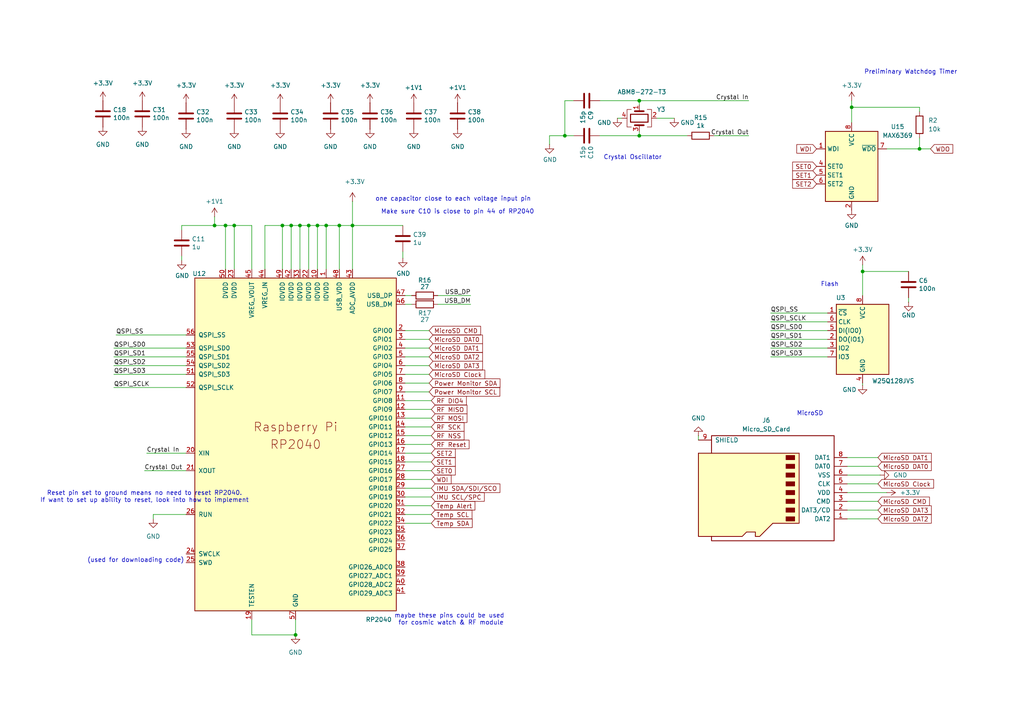
<source format=kicad_sch>
(kicad_sch (version 20250114) (generator "eeschema") (generator_version "9.0")
  (paper "A4")
  (lib_symbols
    (symbol "Connector:Micro_SD_Card" (pin_names (offset 1.016))
      (property "Reference" "J" (at -16.51 15.24 0))
      (property "Value" "Micro_SD_Card" (at 16.51 15.24 0))
      (symbol "Micro_SD_Card_0_1"
        (polyline (pts (xy -8.89 -11.43) (xy -8.89 8.89) (xy -1.27 8.89) (xy 2.54 12.7) (xy 3.81 12.7) (xy 3.81 11.43) (xy 6.35 11.43) (xy 7.62 12.7) (xy 20.32 12.7) (xy 20.32 -11.43) (xy -8.89 -11.43)) (stroke (width 0.254)) (fill (type background)))
        (rectangle (start -7.62 8.255) (end -5.08 6.985) (fill (type outline)))
        (rectangle (start -7.62 5.715) (end -5.08 4.445) (fill (type outline)))
        (rectangle (start -7.62 3.175) (end -5.08 1.905) (fill (type outline)))
        (rectangle (start -7.62 0.635) (end -5.08 -0.635) (fill (type outline)))
        (rectangle (start -7.62 -1.905) (end -5.08 -3.175) (fill (type outline)))
        (rectangle (start -7.62 -4.445) (end -5.08 -5.715) (fill (type outline)))
        (rectangle (start -7.62 -6.985) (end -5.08 -8.255) (fill (type outline)))
        (rectangle (start -7.62 -9.525) (end -5.08 -10.795) (fill (type outline)))
        (polyline (pts (xy 16.51 12.7) (xy 16.51 13.97) (xy -19.05 13.97) (xy -19.05 -16.51) (xy 16.51 -16.51) (xy 16.51 -11.43)) (stroke (width 0.254)))
      )
      (symbol "Micro_SD_Card_1_1"
        (pin bidirectional line (at -22.86 7.62 0) (length 3.81) (name "DAT2") (number "1"))
        (pin bidirectional line (at -22.86 5.08 0) (length 3.81) (name "DAT3/CD") (number "2"))
        (pin input line (at -22.86 2.54 0) (length 3.81) (name "CMD") (number "3"))
        (pin power_in line (at -22.86 0 0) (length 3.81) (name "VDD") (number "4"))
        (pin input line (at -22.86 -2.54 0) (length 3.81) (name "CLK") (number "5"))
        (pin power_in line (at -22.86 -5.08 0) (length 3.81) (name "VSS") (number "6"))
        (pin bidirectional line (at -22.86 -7.62 0) (length 3.81) (name "DAT0") (number "7"))
        (pin bidirectional line (at -22.86 -10.16 0) (length 3.81) (name "DAT1") (number "8"))
        (pin passive line (at 20.32 -15.24 180) (length 3.81) (name "SHIELD") (number "9"))
      )
    )
    (symbol "Device:C" (pin_numbers (hide yes)) (pin_names (offset 0.254))
      (property "Reference" "C" (at 0.635 2.54 0))
      (property "Value" "C" (at 0.635 -2.54 0))
      (symbol "C_0_1"
        (polyline (pts (xy -2.032 0.762) (xy 2.032 0.762)) (stroke (width 0.508)))
        (polyline (pts (xy -2.032 -0.762) (xy 2.032 -0.762)) (stroke (width 0.508)))
      )
      (symbol "C_1_1"
        (pin passive line (at 0 3.81 270) (length 2.794) (name "~") (number "1"))
        (pin passive line (at 0 -3.81 90) (length 2.794) (name "~") (number "2"))
      )
    )
    (symbol "Device:Crystal_GND24" (pin_names (offset 1.016) (hide yes))
      (property "Reference" "Y" (at 3.175 5.08 0))
      (property "Value" "Crystal_GND24" (at 3.175 3.175 0))
      (symbol "Crystal_GND24_0_1"
        (polyline (pts (xy -2.54 2.286) (xy -2.54 3.556) (xy 2.54 3.556) (xy 2.54 2.286)))
        (polyline (pts (xy -2.54 0) (xy -2.032 0)))
        (polyline (pts (xy -2.54 -2.286) (xy -2.54 -3.556) (xy 2.54 -3.556) (xy 2.54 -2.286)))
        (polyline (pts (xy -2.032 -1.27) (xy -2.032 1.27)) (stroke (width 0.508)))
        (rectangle (start -1.143 2.54) (end 1.143 -2.54) (stroke (width 0.3048)))
        (polyline (pts (xy 0 3.556) (xy 0 3.81)))
        (polyline (pts (xy 0 -3.81) (xy 0 -3.556)))
        (polyline (pts (xy 2.032 0) (xy 2.54 0)))
        (polyline (pts (xy 2.032 -1.27) (xy 2.032 1.27)) (stroke (width 0.508)))
      )
      (symbol "Crystal_GND24_1_1"
        (pin passive line (at -3.81 0 0) (length 1.27) (name "1") (number "1"))
        (pin passive line (at 0 5.08 270) (length 1.27) (name "2") (number "2"))
        (pin passive line (at 0 -5.08 90) (length 1.27) (name "4") (number "4"))
        (pin passive line (at 3.81 0 180) (length 1.27) (name "3") (number "3"))
      )
    )
    (symbol "Device:R" (pin_numbers (hide yes)) (pin_names (offset 0))
      (property "Reference" "R" (at 2.032 0 90))
      (property "Value" "R" (at 0 0 90))
      (symbol "R_0_1"
        (rectangle (start -1.016 -2.54) (end 1.016 2.54) (stroke (width 0.254)))
      )
      (symbol "R_1_1"
        (pin passive line (at 0 3.81 270) (length 1.27) (name "~") (number "1"))
        (pin passive line (at 0 -3.81 90) (length 1.27) (name "~") (number "2"))
      )
    )
    (symbol "MCU_RaspberryPi_RP2040:RP2040" (pin_names (offset 1.016))
      (property "Reference" "U" (at -29.21 49.53 0))
      (property "Value" "RP2040" (at 24.13 -49.53 0))
      (symbol "RP2040_0_0"
        (text "Raspberry Pi" (at 0 5.08 0) (effects (font (size 2.54 2.54))))
        (text "RP2040" (at 0 0 0) (effects (font (size 2.54 2.54))))
      )
      (symbol "RP2040_0_1"
        (rectangle (start 29.21 48.26) (end -29.21 -48.26) (stroke (width 0.254)) (fill (type background)))
      )
      (symbol "RP2040_1_1"
        (pin bidirectional line (at -31.75 31.75 0) (length 2.54) (name "QSPI_SS") (number "56"))
        (pin bidirectional line (at -31.75 27.94 0) (length 2.54) (name "QSPI_SD0") (number "53"))
        (pin bidirectional line (at -31.75 25.4 0) (length 2.54) (name "QSPI_SD1") (number "55"))
        (pin bidirectional line (at -31.75 22.86 0) (length 2.54) (name "QSPI_SD2") (number "54"))
        (pin bidirectional line (at -31.75 20.32 0) (length 2.54) (name "QSPI_SD3") (number "51"))
        (pin output line (at -31.75 16.51 0) (length 2.54) (name "QSPI_SCLK") (number "52"))
        (pin input line (at -31.75 -2.54 0) (length 2.54) (name "XIN") (number "20"))
        (pin passive line (at -31.75 -7.62 0) (length 2.54) (name "XOUT") (number "21"))
        (pin input line (at -31.75 -20.32 0) (length 2.54) (name "RUN") (number "26"))
        (pin output line (at -31.75 -31.75 0) (length 2.54) (name "SWCLK") (number "24"))
        (pin bidirectional line (at -31.75 -34.29 0) (length 2.54) (name "SWD") (number "25"))
        (pin power_in line (at -20.32 50.8 270) (length 2.54) (name "DVDD") (number "50"))
        (pin power_in line (at -17.78 50.8 270) (length 2.54) (name "DVDD") (number "23"))
        (pin power_out line (at -12.7 50.8 270) (length 2.54) (name "VREG_VOUT") (number "45"))
        (pin passive line (at -12.7 -50.8 90) (length 2.54) (name "TESTEN") (number "19"))
        (pin power_in line (at -8.89 50.8 270) (length 2.54) (name "VREG_IN") (number "44"))
        (pin power_in line (at -3.81 50.8 270) (length 2.54) (name "IOVDD") (number "49"))
        (pin power_in line (at -1.27 50.8 270) (length 2.54) (name "IOVDD") (number "42"))
        (pin power_in line (at 0 -50.8 90) (length 2.54) (name "GND") (number "57"))
        (pin power_in line (at 1.27 50.8 270) (length 2.54) (name "IOVDD") (number "33"))
        (pin power_in line (at 3.81 50.8 270) (length 2.54) (name "IOVDD") (number "22"))
        (pin power_in line (at 6.35 50.8 270) (length 2.54) (name "IOVDD") (number "10"))
        (pin power_in line (at 8.89 50.8 270) (length 2.54) (name "IOVDD") (number "1"))
        (pin power_in line (at 12.7 50.8 270) (length 2.54) (name "USB_VDD") (number "48"))
        (pin power_in line (at 16.51 50.8 270) (length 2.54) (name "ADC_AVDD") (number "43"))
        (pin bidirectional line (at 31.75 43.18 180) (length 2.54) (name "USB_DP") (number "47"))
        (pin bidirectional line (at 31.75 40.64 180) (length 2.54) (name "USB_DM") (number "46"))
        (pin bidirectional line (at 31.75 33.02 180) (length 2.54) (name "GPIO0") (number "2"))
        (pin bidirectional line (at 31.75 30.48 180) (length 2.54) (name "GPIO1") (number "3"))
        (pin bidirectional line (at 31.75 27.94 180) (length 2.54) (name "GPIO2") (number "4"))
        (pin bidirectional line (at 31.75 25.4 180) (length 2.54) (name "GPIO3") (number "5"))
        (pin bidirectional line (at 31.75 22.86 180) (length 2.54) (name "GPIO4") (number "6"))
        (pin bidirectional line (at 31.75 20.32 180) (length 2.54) (name "GPIO5") (number "7"))
        (pin bidirectional line (at 31.75 17.78 180) (length 2.54) (name "GPIO6") (number "8"))
        (pin bidirectional line (at 31.75 15.24 180) (length 2.54) (name "GPIO7") (number "9"))
        (pin bidirectional line (at 31.75 12.7 180) (length 2.54) (name "GPIO8") (number "11"))
        (pin bidirectional line (at 31.75 10.16 180) (length 2.54) (name "GPIO9") (number "12"))
        (pin bidirectional line (at 31.75 7.62 180) (length 2.54) (name "GPIO10") (number "13"))
        (pin bidirectional line (at 31.75 5.08 180) (length 2.54) (name "GPIO11") (number "14"))
        (pin bidirectional line (at 31.75 2.54 180) (length 2.54) (name "GPIO12") (number "15"))
        (pin bidirectional line (at 31.75 0 180) (length 2.54) (name "GPIO13") (number "16"))
        (pin bidirectional line (at 31.75 -2.54 180) (length 2.54) (name "GPIO14") (number "17"))
        (pin bidirectional line (at 31.75 -5.08 180) (length 2.54) (name "GPIO15") (number "18"))
        (pin bidirectional line (at 31.75 -7.62 180) (length 2.54) (name "GPIO16") (number "27"))
        (pin bidirectional line (at 31.75 -10.16 180) (length 2.54) (name "GPIO17") (number "28"))
        (pin bidirectional line (at 31.75 -12.7 180) (length 2.54) (name "GPIO18") (number "29"))
        (pin bidirectional line (at 31.75 -15.24 180) (length 2.54) (name "GPIO19") (number "30"))
        (pin bidirectional line (at 31.75 -17.78 180) (length 2.54) (name "GPIO20") (number "31"))
        (pin bidirectional line (at 31.75 -20.32 180) (length 2.54) (name "GPIO21") (number "32"))
        (pin bidirectional line (at 31.75 -22.86 180) (length 2.54) (name "GPIO22") (number "34"))
        (pin bidirectional line (at 31.75 -25.4 180) (length 2.54) (name "GPIO23") (number "35"))
        (pin bidirectional line (at 31.75 -27.94 180) (length 2.54) (name "GPIO24") (number "36"))
        (pin bidirectional line (at 31.75 -30.48 180) (length 2.54) (name "GPIO25") (number "37"))
        (pin bidirectional line (at 31.75 -35.56 180) (length 2.54) (name "GPIO26_ADC0") (number "38"))
        (pin bidirectional line (at 31.75 -38.1 180) (length 2.54) (name "GPIO27_ADC1") (number "39"))
        (pin bidirectional line (at 31.75 -40.64 180) (length 2.54) (name "GPIO28_ADC2") (number "40"))
        (pin bidirectional line (at 31.75 -43.18 180) (length 2.54) (name "GPIO29_ADC3") (number "41"))
      )
    )
    (symbol "Memory_Flash:W25Q128JVS"
      (property "Reference" "U" (at -8.89 8.89 0))
      (property "Value" "W25Q128JVS" (at 7.62 8.89 0))
      (symbol "W25Q128JVS_0_1"
        (rectangle (start -7.62 10.16) (end 7.62 -10.16) (stroke (width 0.254)) (fill (type background)))
      )
      (symbol "W25Q128JVS_1_1"
        (pin input line (at -10.16 7.62 0) (length 2.54) (name "~{CS}") (number "1"))
        (pin input line (at -10.16 5.08 0) (length 2.54) (name "CLK") (number "6"))
        (pin bidirectional line (at -10.16 2.54 0) (length 2.54) (name "DI(IO0)") (number "5"))
        (pin bidirectional line (at -10.16 0 0) (length 2.54) (name "DO(IO1)") (number "2"))
        (pin bidirectional line (at -10.16 -2.54 0) (length 2.54) (name "IO2") (number "3"))
        (pin bidirectional line (at -10.16 -5.08 0) (length 2.54) (name "IO3") (number "7"))
        (pin power_in line (at 0 12.7 270) (length 2.54) (name "VCC") (number "8"))
        (pin power_in line (at 0 -12.7 90) (length 2.54) (name "GND") (number "4"))
      )
    )
    (symbol "Power_Supervisor:MAX6369"
      (property "Reference" "U" (at -3.556 13.462 0))
      (property "Value" "MAX6369" (at -6.604 11.43 0))
      (symbol "MAX6369_0_1"
        (rectangle (start -7.62 10.16) (end 7.62 -10.16) (stroke (width 0.254)) (fill (type background)))
      )
      (symbol "MAX6369_1_1"
        (pin input line (at -10.16 5.08 0) (length 2.54) (name "WDI") (number "1"))
        (pin input line (at -10.16 0 0) (length 2.54) (name "SET0") (number "4"))
        (pin input line (at -10.16 -2.54 0) (length 2.54) (name "SET1") (number "5"))
        (pin input line (at -10.16 -5.08 0) (length 2.54) (name "SET2") (number "6"))
        (pin power_in line (at 0 12.7 270) (length 2.54) (name "VCC") (number "8"))
        (pin power_in line (at 0 -12.7 90) (length 2.54) (name "GND") (number "2"))
        (pin no_connect line (at 7.62 -5.08 180) (length 2.54) (hide yes) (name "NC") (number "3"))
        (pin open_collector line (at 10.16 5.08 180) (length 2.54) (name "~{WDO}") (number "7"))
      )
    )
    (symbol "power:+1V1" (power) (pin_numbers (hide yes)) (pin_names (offset 0) (hide yes))
      (property "Value" "+1V1" (at 0 3.556 0))
      (symbol "+1V1_0_1"
        (polyline (pts (xy -0.762 1.27) (xy 0 2.54)))
        (polyline (pts (xy 0 2.54) (xy 0.762 1.27)))
        (polyline (pts (xy 0 0) (xy 0 2.54)))
      )
      (symbol "+1V1_1_1"
        (pin power_in line (at 0 0 90) (length 0) (name "~") (number "1"))
      )
    )
    (symbol "power:+3.3V" (power) (pin_numbers (hide yes)) (pin_names (offset 0) (hide yes))
      (property "Value" "+3.3V" (at 0 3.556 0))
      (symbol "+3.3V_0_1"
        (polyline (pts (xy -0.762 1.27) (xy 0 2.54)))
        (polyline (pts (xy 0 2.54) (xy 0.762 1.27)))
        (polyline (pts (xy 0 0) (xy 0 2.54)))
      )
      (symbol "+3.3V_1_1"
        (pin power_in line (at 0 0 90) (length 0) (name "~") (number "1"))
      )
    )
    (symbol "power:GND" (power) (pin_numbers (hide yes)) (pin_names (offset 0) (hide yes))
      (property "Value" "GND" (at 0 -3.81 0))
      (symbol "GND_0_1"
        (polyline (pts (xy 0 0) (xy 0 -1.27) (xy 1.27 -1.27) (xy 0 -2.54) (xy -1.27 -1.27) (xy 0 -1.27)))
      )
      (symbol "GND_1_1"
        (pin power_in line (at 0 0 270) (length 0) (name "~") (number "1"))
      )
    )
  )
  (text "Make sure C10 is close to pin 44 of RP2040" (at 110.49 62.23 0) (effects (font (size 1.27 1.27)) (justify left bottom)))
  (text "MicroSD" (at 234.95 120.015 0) (effects (font (size 1.27 1.27))))
  (text "Reset pin set to ground means no need to reset RP2040.\nIf want to set up ability to reset, look into how to implement" (at 41.91 144.145 0) (effects (font (size 1.27 1.27))))
  (text "maybe these pins could be used \nfor cosmic watch & RF module" (at 130.81 179.705 0) (effects (font (size 1.27 1.27))))
  (text "Preliminary Watchdog Timer" (at 264.16 20.955 0) (effects (font (size 1.27 1.27))))
  (text "Flash" (at 240.665 82.55 0) (effects (font (size 1.27 1.27))))
  (text "one capacitor close to each voltage input pin" (at 131.445 57.785 0) (effects (font (size 1.27 1.27))))
  (text "(used for downloading code)" (at 39.37 162.56 0) (effects (font (size 1.27 1.27))))
  (text "Crystal Oscillator" (at 183.515 45.72 0) (effects (font (size 1.27 1.27))))
  (junction (at 163.83 39.37))
  (junction (at 81.915 65.405))
  (junction (at 185.42 39.37))
  (junction (at 266.7 43.18))
  (junction (at 89.535 65.405))
  (junction (at 67.945 65.405))
  (junction (at 102.235 65.405))
  (junction (at 65.405 65.405))
  (junction (at 85.725 184.15))
  (junction (at 98.425 65.405))
  (junction (at 94.615 65.405))
  (junction (at 92.075 65.405))
  (junction (at 185.42 29.21))
  (junction (at 250.19 78.74))
  (junction (at 247.015 31.115))
  (junction (at 84.455 65.405))
  (junction (at 86.995 65.405))
  (junction (at 62.23 65.405))
  (wire (pts (xy 53.975 149.225) (xy 44.45 149.225)))
  (wire (pts (xy 33.02 100.965) (xy 53.975 100.965)))
  (wire (pts (xy 117.475 128.905) (xy 125.095 128.905)))
  (wire (pts (xy 117.475 146.685) (xy 125.095 146.685)))
  (wire (pts (xy 98.425 65.405) (xy 102.235 65.405)))
  (wire (pts (xy 245.745 142.875) (xy 257.175 142.875)))
  (wire (pts (xy 117.475 116.205) (xy 125.095 116.205)))
  (wire (pts (xy 117.475 108.585) (xy 124.46 108.585)))
  (wire (pts (xy 73.025 78.105) (xy 73.025 65.405)))
  (wire (pts (xy 166.37 39.37) (xy 163.83 39.37)))
  (wire (pts (xy 119.38 85.725) (xy 117.475 85.725)))
  (wire (pts (xy 136.525 88.265) (xy 127 88.265)))
  (wire (pts (xy 117.475 103.505) (xy 124.46 103.505)))
  (wire (pts (xy 33.02 112.395) (xy 53.975 112.395)))
  (wire (pts (xy 94.615 65.405) (xy 94.615 78.105)))
  (wire (pts (xy 159.385 39.37) (xy 163.83 39.37)))
  (wire (pts (xy 86.995 65.405) (xy 89.535 65.405)))
  (wire (pts (xy 102.235 65.405) (xy 116.84 65.405)))
  (wire (pts (xy 117.475 100.965) (xy 124.46 100.965)))
  (wire (pts (xy 81.915 65.405) (xy 84.455 65.405)))
  (wire (pts (xy 240.03 103.505) (xy 223.52 103.505)))
  (wire (pts (xy 163.83 29.21) (xy 163.83 39.37)))
  (wire (pts (xy 92.075 65.405) (xy 94.615 65.405)))
  (wire (pts (xy 33.02 103.505) (xy 53.975 103.505)))
  (wire (pts (xy 166.37 29.21) (xy 163.83 29.21)))
  (wire (pts (xy 52.705 65.405) (xy 62.23 65.405)))
  (wire (pts (xy 62.23 62.865) (xy 62.23 65.405)))
  (wire (pts (xy 245.745 150.495) (xy 254.635 150.495)))
  (wire (pts (xy 33.655 97.155) (xy 53.975 97.155)))
  (wire (pts (xy 179.07 34.29) (xy 180.34 34.29)))
  (wire (pts (xy 263.525 86.36) (xy 263.525 87.63)))
  (wire (pts (xy 117.475 151.765) (xy 125.095 151.765)))
  (wire (pts (xy 117.475 98.425) (xy 124.46 98.425)))
  (wire (pts (xy 117.475 131.445) (xy 125.095 131.445)))
  (wire (pts (xy 89.535 65.405) (xy 92.075 65.405)))
  (wire (pts (xy 98.425 78.105) (xy 98.425 65.405)))
  (wire (pts (xy 173.99 39.37) (xy 185.42 39.37)))
  (wire (pts (xy 67.945 78.105) (xy 67.945 65.405)))
  (wire (pts (xy 245.745 135.255) (xy 254.635 135.255)))
  (wire (pts (xy 102.235 65.405) (xy 102.235 78.105)))
  (wire (pts (xy 117.475 123.825) (xy 125.095 123.825)))
  (wire (pts (xy 117.475 149.225) (xy 125.095 149.225)))
  (wire (pts (xy 136.525 85.725) (xy 127 85.725)))
  (wire (pts (xy 245.745 137.795) (xy 255.27 137.795)))
  (wire (pts (xy 76.835 65.405) (xy 81.915 65.405)))
  (wire (pts (xy 159.385 39.37) (xy 159.385 41.91)))
  (wire (pts (xy 185.42 39.37) (xy 199.39 39.37)))
  (wire (pts (xy 245.745 147.955) (xy 254.635 147.955)))
  (wire (pts (xy 76.835 78.105) (xy 76.835 65.405)))
  (wire (pts (xy 117.475 113.665) (xy 124.46 113.665)))
  (wire (pts (xy 173.99 29.21) (xy 185.42 29.21)))
  (wire (pts (xy 117.475 144.145) (xy 125.095 144.145)))
  (wire (pts (xy 116.84 73.025) (xy 116.84 74.93)))
  (wire (pts (xy 117.475 133.985) (xy 125.095 133.985)))
  (wire (pts (xy 250.19 78.74) (xy 263.525 78.74)))
  (wire (pts (xy 85.725 179.705) (xy 85.725 184.15)))
  (wire (pts (xy 84.455 78.105) (xy 84.455 65.405)))
  (wire (pts (xy 73.025 184.15) (xy 85.725 184.15)))
  (wire (pts (xy 119.38 88.265) (xy 117.475 88.265)))
  (wire (pts (xy 33.02 106.045) (xy 53.975 106.045)))
  (wire (pts (xy 52.705 66.675) (xy 52.705 65.405)))
  (wire (pts (xy 73.025 179.705) (xy 73.025 184.15)))
  (wire (pts (xy 185.42 29.21) (xy 217.17 29.21)))
  (wire (pts (xy 250.19 111.76) (xy 250.19 111.125)))
  (wire (pts (xy 92.075 78.105) (xy 92.075 65.405)))
  (wire (pts (xy 240.03 98.425) (xy 223.52 98.425)))
  (wire (pts (xy 117.475 111.125) (xy 124.46 111.125)))
  (wire (pts (xy 102.235 58.42) (xy 102.235 65.405)))
  (wire (pts (xy 117.475 141.605) (xy 125.095 141.605)))
  (wire (pts (xy 202.565 126.365) (xy 202.565 127.635)))
  (wire (pts (xy 223.52 93.345) (xy 240.03 93.345)))
  (wire (pts (xy 42.545 131.445) (xy 53.975 131.445)))
  (wire (pts (xy 185.42 38.1) (xy 185.42 39.37)))
  (wire (pts (xy 94.615 65.405) (xy 98.425 65.405)))
  (wire (pts (xy 257.175 43.18) (xy 266.7 43.18)))
  (wire (pts (xy 52.705 74.295) (xy 52.705 75.565)))
  (wire (pts (xy 190.5 34.29) (xy 195.58 34.29)))
  (wire (pts (xy 86.995 78.105) (xy 86.995 65.405)))
  (wire (pts (xy 245.745 140.335) (xy 254.635 140.335)))
  (wire (pts (xy 266.7 43.18) (xy 269.875 43.18)))
  (wire (pts (xy 117.475 139.065) (xy 125.095 139.065)))
  (wire (pts (xy 84.455 65.405) (xy 86.995 65.405)))
  (wire (pts (xy 250.19 78.74) (xy 250.19 85.725)))
  (wire (pts (xy 247.015 31.115) (xy 247.015 35.56)))
  (wire (pts (xy 117.475 126.365) (xy 125.095 126.365)))
  (wire (pts (xy 89.535 78.105) (xy 89.535 65.405)))
  (wire (pts (xy 240.03 100.965) (xy 223.52 100.965)))
  (wire (pts (xy 117.475 121.285) (xy 125.095 121.285)))
  (wire (pts (xy 240.03 95.885) (xy 223.52 95.885)))
  (wire (pts (xy 117.475 95.885) (xy 124.46 95.885)))
  (wire (pts (xy 81.915 78.105) (xy 81.915 65.405)))
  (wire (pts (xy 207.01 39.37) (xy 217.17 39.37)))
  (wire (pts (xy 266.7 31.115) (xy 247.015 31.115)))
  (wire (pts (xy 245.745 132.715) (xy 254.635 132.715)))
  (wire (pts (xy 250.19 76.835) (xy 250.19 78.74)))
  (wire (pts (xy 266.7 40.005) (xy 266.7 43.18)))
  (wire (pts (xy 44.45 149.225) (xy 44.45 150.495)))
  (wire (pts (xy 266.7 32.385) (xy 266.7 31.115)))
  (wire (pts (xy 41.91 136.525) (xy 53.975 136.525)))
  (wire (pts (xy 245.745 145.415) (xy 254.635 145.415)))
  (wire (pts (xy 73.025 65.405) (xy 67.945 65.405)))
  (wire (pts (xy 65.405 65.405) (xy 65.405 78.105)))
  (wire (pts (xy 117.475 106.045) (xy 124.46 106.045)))
  (wire (pts (xy 223.52 90.805) (xy 240.03 90.805)))
  (wire (pts (xy 67.945 65.405) (xy 65.405 65.405)))
  (wire (pts (xy 117.475 118.745) (xy 125.095 118.745)))
  (wire (pts (xy 185.42 30.48) (xy 185.42 29.21)))
  (wire (pts (xy 62.23 65.405) (xy 65.405 65.405)))
  (wire (pts (xy 247.015 29.21) (xy 247.015 31.115)))
  (wire (pts (xy 33.02 108.585) (xy 53.975 108.585)))
  (wire (pts (xy 117.475 136.525) (xy 125.095 136.525)))
  (label "QSPI_SD1" (at 33.02 103.505 0))
  (label "QSPI_SD2" (at 223.52 100.965 0))
  (label "QSPI_SD3" (at 223.52 103.505 0))
  (label "Crystal Out" (at 41.91 136.525 0))
  (label "Crystal Out" (at 217.17 39.37 180))
  (label "QSPI_SD3" (at 33.02 108.585 0))
  (label "QSPI_SD1" (at 223.52 98.425 0))
  (label "QSPI_SCLK" (at 223.52 93.345 0))
  (label "QSPI_SS" (at 223.52 90.805 0))
  (label "QSPI_SD2" (at 33.02 106.045 0))
  (label "QSPI_SD0" (at 33.02 100.965 0))
  (label "USB_DP" (at 136.525 85.725 180))
  (label "Crystal In" (at 217.17 29.21 180))
  (label "QSPI_SCLK" (at 33.02 112.395 0))
  (label "QSPI_SS" (at 33.655 97.155 0))
  (label "USB_DM" (at 136.525 88.265 180))
  (label "Crystal In" (at 42.545 131.445 0))
  (label "QSPI_SD0" (at 223.52 95.885 0))
  (global_label "SET1" (shape input) (at 125.095 133.985 0) (property "Intersheetrefs" "${INTERSHEET_REFS}" (effects (hide yes))))
  (global_label "MicroSD CMD" (shape input) (at 254.635 145.415 0) (property "Intersheetrefs" "${INTERSHEET_REFS}" (effects (hide yes))))
  (global_label "MicroSD DAT0" (shape input) (at 124.46 98.425 0) (property "Intersheetrefs" "${INTERSHEET_REFS}" (effects (hide yes))))
  (global_label "RF MISO" (shape input) (at 125.095 118.745 0) (property "Intersheetrefs" "${INTERSHEET_REFS}" (effects (hide yes))))
  (global_label "Temp SCL" (shape input) (at 125.095 149.225 0) (effects (font (thickness 0.1588))) (property "Intersheetrefs" "${INTERSHEET_REFS}" (effects (hide yes))))
  (global_label "MicroSD DAT1" (shape input) (at 124.46 100.965 0) (property "Intersheetrefs" "${INTERSHEET_REFS}" (effects (hide yes))))
  (global_label "Temp SDA" (shape input) (at 125.095 151.765 0) (effects (font (thickness 0.1588))) (property "Intersheetrefs" "${INTERSHEET_REFS}" (effects (hide yes))))
  (global_label "SET2" (shape input) (at 125.095 131.445 0) (property "Intersheetrefs" "${INTERSHEET_REFS}" (effects (hide yes))))
  (global_label "MicroSD DAT0" (shape input) (at 254.635 135.255 0) (property "Intersheetrefs" "${INTERSHEET_REFS}" (effects (hide yes))))
  (global_label "RF Reset" (shape input) (at 125.095 128.905 0) (property "Intersheetrefs" "${INTERSHEET_REFS}" (effects (hide yes))))
  (global_label "MicroSD DAT1" (shape input) (at 254.635 132.715 0) (property "Intersheetrefs" "${INTERSHEET_REFS}" (effects (hide yes))))
  (global_label "IMU SDA{slash}SDI{slash}SCO" (shape input) (at 125.095 141.605 0) (property "Intersheetrefs" "${INTERSHEET_REFS}" (effects (hide yes))))
  (global_label "RF DIO4" (shape input) (at 125.095 116.205 0) (property "Intersheetrefs" "${INTERSHEET_REFS}" (effects (hide yes))))
  (global_label "RF MOSI" (shape input) (at 125.095 121.285 0) (property "Intersheetrefs" "${INTERSHEET_REFS}" (effects (hide yes))))
  (global_label "MicroSD Clock" (shape input) (at 254.635 140.335 0) (property "Intersheetrefs" "${INTERSHEET_REFS}" (effects (hide yes))))
  (global_label "RF NSS" (shape input) (at 125.095 126.365 0) (property "Intersheetrefs" "${INTERSHEET_REFS}" (effects (hide yes))))
  (global_label "Temp Alert" (shape input) (at 125.095 146.685 0) (effects (font (thickness 0.1588))) (property "Intersheetrefs" "${INTERSHEET_REFS}" (effects (hide yes))))
  (global_label "SET1" (shape input) (at 236.855 50.8 180) (property "Intersheetrefs" "${INTERSHEET_REFS}" (effects (hide yes))))
  (global_label "SET0" (shape input) (at 236.855 48.26 180) (property "Intersheetrefs" "${INTERSHEET_REFS}" (effects (hide yes))))
  (global_label "MicroSD DAT3" (shape input) (at 254.635 147.955 0) (property "Intersheetrefs" "${INTERSHEET_REFS}" (effects (hide yes))))
  (global_label "WDI" (shape input) (at 125.095 139.065 0) (property "Intersheetrefs" "${INTERSHEET_REFS}" (effects (hide yes))))
  (global_label "WDI" (shape input) (at 236.855 43.18 180) (property "Intersheetrefs" "${INTERSHEET_REFS}" (effects (hide yes))))
  (global_label "WDO" (shape input) (at 269.875 43.18 0) (property "Intersheetrefs" "${INTERSHEET_REFS}" (effects (hide yes))))
  (global_label "MicroSD DAT2" (shape input) (at 124.46 103.505 0) (property "Intersheetrefs" "${INTERSHEET_REFS}" (effects (hide yes))))
  (global_label "MicroSD DAT3" (shape input) (at 124.46 106.045 0) (property "Intersheetrefs" "${INTERSHEET_REFS}" (effects (hide yes))))
  (global_label "RF SCK" (shape input) (at 125.095 123.825 0) (property "Intersheetrefs" "${INTERSHEET_REFS}" (effects (hide yes))))
  (global_label "Power Monitor SDA" (shape input) (at 124.46 111.125 0) (property "Intersheetrefs" "${INTERSHEET_REFS}" (effects (hide yes))))
  (global_label "MicroSD CMD" (shape input) (at 124.46 95.885 0) (property "Intersheetrefs" "${INTERSHEET_REFS}" (effects (hide yes))))
  (global_label "SET2" (shape input) (at 236.855 53.34 180) (property "Intersheetrefs" "${INTERSHEET_REFS}" (effects (hide yes))))
  (global_label "Power Monitor SCL" (shape input) (at 124.46 113.665 0) (effects (font (thickness 0.1588))) (property "Intersheetrefs" "${INTERSHEET_REFS}" (effects (hide yes))))
  (global_label "MicroSD Clock" (shape input) (at 124.46 108.585 0) (property "Intersheetrefs" "${INTERSHEET_REFS}" (effects (hide yes))))
  (global_label "SET0" (shape input) (at 125.095 136.525 0) (property "Intersheetrefs" "${INTERSHEET_REFS}" (effects (hide yes))))
  (global_label "IMU SCL{slash}SPC" (shape input) (at 125.095 144.145 0) (property "Intersheetrefs" "${INTERSHEET_REFS}" (effects (hide yes))))
  (global_label "MicroSD DAT2" (shape input) (at 254.635 150.495 0) (property "Intersheetrefs" "${INTERSHEET_REFS}" (effects (hide yes))))
  (symbol (lib_id "power:GND") (at 202.565 126.365 180) (unit 1)
    (property "Reference" "#PWR0110" (effects (hide yes)))
    (property "Value" "GND" (at 202.565 121.285 0))
    (property "Description" "Power symbol creates a global label with name \"GND\" , ground" (effects (hide yes)))
  )
  (symbol (lib_id "Device:C") (at 29.845 33.02 0) (unit 1)
    (property "Reference" "C18" (at 32.766 31.8516 0) (effects (justify left)))
    (property "Value" "100n" (at 32.766 34.163 0) (effects (justify left)))
    (property "Footprint" "Capacitor_SMD:C_0402_1005Metric" (effects (hide yes)))
  )
  (symbol (lib_id "power:GND") (at 41.275 36.83 0) (unit 1)
    (property "Reference" "#PWR065" (effects (hide yes)))
    (property "Value" "GND" (at 41.275 41.91 0))
    (property "Description" "Power symbol creates a global label with name \"GND\" , ground" (effects (hide yes)))
  )
  (symbol (lib_id "power:GND") (at 195.58 34.29 0) (unit 1)
    (property "Reference" "#PWR062" (effects (hide yes)))
    (property "Value" "GND" (at 199.39 35.56 0))
  )
  (symbol (lib_id "power:GND") (at 107.315 37.465 0) (unit 1)
    (property "Reference" "#PWR075" (effects (hide yes)))
    (property "Value" "GND" (at 107.315 42.545 0))
    (property "Description" "Power symbol creates a global label with name \"GND\" , ground" (effects (hide yes)))
  )
  (symbol (lib_id "Device:C") (at 132.715 33.655 0) (unit 1)
    (property "Reference" "C38" (at 135.636 32.4866 0) (effects (justify left)))
    (property "Value" "100n" (at 135.636 34.798 0) (effects (justify left)))
    (property "Footprint" "Capacitor_SMD:C_0402_1005Metric" (effects (hide yes)))
  )
  (symbol (lib_id "Device:C") (at 41.275 33.02 0) (unit 1)
    (property "Reference" "C31" (at 44.196 31.8516 0) (effects (justify left)))
    (property "Value" "100n" (at 44.196 34.163 0) (effects (justify left)))
    (property "Footprint" "Capacitor_SMD:C_0402_1005Metric" (effects (hide yes)))
  )
  (symbol (lib_id "power:GND") (at 159.385 41.91 0) (unit 1)
    (property "Reference" "#PWR020" (effects (hide yes)))
    (property "Value" "GND" (at 159.512 46.3042 0))
  )
  (symbol (lib_id "Device:R") (at 123.19 85.725 270) (unit 1)
    (property "Reference" "R16" (at 123.19 81.28 90))
    (property "Value" "27" (at 123.19 83.185 90))
    (property "Footprint" "Resistor_SMD:R_0402_1005Metric" (effects (hide yes)))
    (property "Description" "Resistor" (effects (hide yes)))
  )
  (symbol (lib_id "Device:C") (at 263.525 82.55 0) (unit 1)
    (property "Reference" "C6" (at 266.446 81.3816 0) (effects (justify left)))
    (property "Value" "100n" (at 266.446 83.693 0) (effects (justify left)))
    (property "Footprint" "Capacitor_SMD:C_0402_1005Metric" (effects (hide yes)))
  )
  (symbol (lib_id "power:+3.3V") (at 102.235 58.42 0) (unit 1)
    (property "Reference" "#PWR084" (effects (hide yes)))
    (property "Value" "+3.3V" (at 102.87 52.705 0))
    (property "Description" "Power symbol creates a global label with name \"+3.3V\"" (effects (hide yes)))
  )
  (symbol (lib_id "Device:C") (at 52.705 70.485 0) (unit 1)
    (property "Reference" "C11" (at 55.626 69.3166 0) (effects (justify left)))
    (property "Value" "1u" (at 55.626 71.628 0) (effects (justify left)))
    (property "Footprint" "Capacitor_SMD:C_0402_1005Metric" (effects (hide yes)))
  )
  (symbol (lib_id "power:+3.3V") (at 81.28 29.845 0) (unit 1)
    (property "Reference" "#PWR070" (effects (hide yes)))
    (property "Value" "+3.3V" (at 81.28 24.765 0))
    (property "Description" "Power symbol creates a global label with name \"+3.3V\"" (effects (hide yes)))
  )
  (symbol (lib_id "Device:R") (at 123.19 88.265 270) (unit 1)
    (property "Reference" "R17" (at 123.19 90.805 90))
    (property "Value" "27" (at 123.19 92.71 90))
    (property "Footprint" "Resistor_SMD:R_0402_1005Metric" (effects (hide yes)))
    (property "Description" "Resistor" (effects (hide yes)))
  )
  (symbol (lib_id "Memory_Flash:W25Q128JVS") (at 250.19 98.425 0) (unit 1)
    (property "Reference" "U3" (at 243.84 86.36 0))
    (property "Value" "W25Q128JVS" (at 259.08 110.49 0))
    (property "Footprint" "1my_footprints:SOIC_208MIL_WIN" (effects (hide yes)))
    (property "Datasheet" "http://www.winbond.com/resource-files/w25q128jv_dtr%20revc%2003272018%20plus.pdf" (effects (hide yes)))
  )
  (symbol (lib_id "power:GND") (at 255.27 137.795 90) (unit 1)
    (property "Reference" "#PWR0111" (effects (hide yes)))
    (property "Value" "GND" (at 259.08 137.7949 90) (effects (justify right)))
    (property "Description" "Power symbol creates a global label with name \"GND\" , ground" (effects (hide yes)))
  )
  (symbol (lib_id "Device:C") (at 170.18 39.37 270) (unit 1)
    (property "Reference" "C10" (at 171.3484 42.291 0) (effects (justify left)))
    (property "Value" "15p" (at 169.037 42.291 0) (effects (justify left)))
    (property "Footprint" "Capacitor_SMD:C_0402_1005Metric" (effects (hide yes)))
  )
  (symbol (lib_id "power:GND") (at 116.84 74.93 0) (unit 1)
    (property "Reference" "#PWR085" (effects (hide yes)))
    (property "Value" "GND" (at 116.967 79.3242 0))
  )
  (symbol (lib_id "power:+1V1") (at 120.015 29.845 0) (unit 1)
    (property "Reference" "#PWR076" (effects (hide yes)))
    (property "Value" "+1V1" (at 120.015 25.4 0))
    (property "Description" "Power symbol creates a global label with name \"+1V1\"" (effects (hide yes)))
  )
  (symbol (lib_id "power:+3.3V") (at 29.845 29.21 0) (unit 1)
    (property "Reference" "#PWR024" (effects (hide yes)))
    (property "Value" "+3.3V" (at 29.845 24.13 0))
    (property "Description" "Power symbol creates a global label with name \"+3.3V\"" (effects (hide yes)))
  )
  (symbol (lib_id "Device:Crystal_GND24") (at 185.42 34.29 270) (unit 1)
    (property "Reference" "Y3" (at 190.5 31.75 90) (effects (justify left)))
    (property "Value" "ABM8-272-T3" (at 179.07 26.67 90) (effects (justify left)))
    (property "Footprint" "Crystal:Crystal_SMD_3225-4Pin_3.2x2.5mm" (effects (hide yes)))
  )
  (symbol (lib_id "Device:C") (at 67.945 33.655 0) (unit 1)
    (property "Reference" "C33" (at 70.866 32.4866 0) (effects (justify left)))
    (property "Value" "100n" (at 70.866 34.798 0) (effects (justify left)))
    (property "Footprint" "Capacitor_SMD:C_0402_1005Metric" (effects (hide yes)))
  )
  (symbol (lib_id "power:+3.3V") (at 95.885 29.845 0) (unit 1)
    (property "Reference" "#PWR072" (effects (hide yes)))
    (property "Value" "+3.3V" (at 95.885 24.765 0))
    (property "Description" "Power symbol creates a global label with name \"+3.3V\"" (effects (hide yes)))
  )
  (symbol (lib_id "Device:C") (at 95.885 33.655 0) (unit 1)
    (property "Reference" "C35" (at 98.806 32.4866 0) (effects (justify left)))
    (property "Value" "100n" (at 98.806 34.798 0) (effects (justify left)))
    (property "Footprint" "Capacitor_SMD:C_0402_1005Metric" (effects (hide yes)))
  )
  (symbol (lib_id "Device:C") (at 53.975 33.655 0) (unit 1)
    (property "Reference" "C32" (at 56.896 32.4866 0) (effects (justify left)))
    (property "Value" "100n" (at 56.896 34.798 0) (effects (justify left)))
    (property "Footprint" "Capacitor_SMD:C_0402_1005Metric" (effects (hide yes)))
  )
  (symbol (lib_id "power:+3.3V") (at 53.975 29.845 0) (unit 1)
    (property "Reference" "#PWR066" (effects (hide yes)))
    (property "Value" "+3.3V" (at 53.975 24.765 0))
    (property "Description" "Power symbol creates a global label with name \"+3.3V\"" (effects (hide yes)))
  )
  (symbol (lib_id "power:+3.3V") (at 247.015 29.21 0) (unit 1)
    (property "Reference" "#PWR099" (effects (hide yes)))
    (property "Value" "+3.3V" (at 247.015 24.765 0))
    (property "Description" "Power symbol creates a global label with name \"+3.3V\"" (effects (hide yes)))
  )
  (symbol (lib_id "Device:C") (at 107.315 33.655 0) (unit 1)
    (property "Reference" "C36" (at 110.236 32.4866 0) (effects (justify left)))
    (property "Value" "100n" (at 110.236 34.798 0) (effects (justify left)))
    (property "Footprint" "Capacitor_SMD:C_0402_1005Metric" (effects (hide yes)))
  )
  (symbol (lib_id "power:+3.3V") (at 107.315 29.845 0) (unit 1)
    (property "Reference" "#PWR074" (effects (hide yes)))
    (property "Value" "+3.3V" (at 107.315 24.765 0))
    (property "Description" "Power symbol creates a global label with name \"+3.3V\"" (effects (hide yes)))
  )
  (symbol (lib_id "power:GND") (at 85.725 184.15 0) (unit 1)
    (property "Reference" "#PWR083" (effects (hide yes)))
    (property "Value" "GND" (at 85.725 189.23 0))
    (property "Description" "Power symbol creates a global label with name \"GND\" , ground" (effects (hide yes)))
  )
  (symbol (lib_id "power:GND") (at 179.07 34.29 0) (unit 1)
    (property "Reference" "#PWR029" (effects (hide yes)))
    (property "Value" "GND" (at 175.26 35.56 0))
  )
  (symbol (lib_id "power:GND") (at 247.015 60.96 0) (unit 1)
    (property "Reference" "#PWR0100" (effects (hide yes)))
    (property "Value" "GND" (at 247.015 65.405 0))
    (property "Description" "Power symbol creates a global label with name \"GND\" , ground" (effects (hide yes)))
  )
  (symbol (lib_id "Device:C") (at 116.84 69.215 0) (unit 1)
    (property "Reference" "C39" (at 119.761 68.0466 0) (effects (justify left)))
    (property "Value" "1u" (at 119.761 70.358 0) (effects (justify left)))
    (property "Footprint" "Capacitor_SMD:C_0402_1005Metric" (effects (hide yes)))
  )
  (symbol (lib_id "power:GND") (at 67.945 37.465 0) (unit 1)
    (property "Reference" "#PWR069" (effects (hide yes)))
    (property "Value" "GND" (at 67.945 42.545 0))
    (property "Description" "Power symbol creates a global label with name \"GND\" , ground" (effects (hide yes)))
  )
  (symbol (lib_id "power:+1V1") (at 62.23 62.865 0) (unit 1)
    (property "Reference" "#PWR082" (effects (hide yes)))
    (property "Value" "+1V1" (at 62.23 58.42 0))
    (property "Description" "Power symbol creates a global label with name \"+1V1\"" (effects (hide yes)))
  )
  (symbol (lib_id "power:GND") (at 250.19 111.76 0) (unit 1)
    (property "Reference" "#PWR010" (effects (hide yes)))
    (property "Value" "GND" (at 246.38 113.03 0))
  )
  (symbol (lib_id "MCU_RaspberryPi_RP2040:RP2040") (at 85.725 128.905 0) (unit 1)
    (property "Reference" "U12" (at 57.785 79.375 0))
    (property "Value" "RP2040" (at 109.855 179.705 0))
    (property "Footprint" "Package_DFN_QFN:QFN-56-1EP_7x7mm_P0.4mm_EP3.2x3.2mm" (effects (hide yes)))
    (property "Datasheet" "https://datasheets.raspberrypi.com/rp2040/rp2040-datasheet.pdf" (effects (hide yes)))
  )
  (symbol (lib_id "power:GND") (at 53.975 37.465 0) (unit 1)
    (property "Reference" "#PWR067" (effects (hide yes)))
    (property "Value" "GND" (at 53.975 42.545 0))
    (property "Description" "Power symbol creates a global label with name \"GND\" , ground" (effects (hide yes)))
  )
  (symbol (lib_id "power:+3.3V") (at 257.175 142.875 270) (unit 1)
    (property "Reference" "#PWR0112" (effects (hide yes)))
    (property "Value" "+3.3V" (at 260.985 142.8749 90) (effects (justify left)))
    (property "Description" "Power symbol creates a global label with name \"+3.3V\"" (effects (hide yes)))
  )
  (symbol (lib_id "power:+3.3V") (at 67.945 29.845 0) (unit 1)
    (property "Reference" "#PWR068" (effects (hide yes)))
    (property "Value" "+3.3V" (at 67.945 24.765 0))
    (property "Description" "Power symbol creates a global label with name \"+3.3V\"" (effects (hide yes)))
  )
  (symbol (lib_id "power:+3.3V") (at 250.19 76.835 0) (unit 1)
    (property "Reference" "#PWR0130" (effects (hide yes)))
    (property "Value" "+3.3V" (at 250.19 72.39 0))
    (property "Description" "Power symbol creates a global label with name \"+3.3V\"" (effects (hide yes)))
  )
  (symbol (lib_id "power:GND") (at 120.015 37.465 0) (unit 1)
    (property "Reference" "#PWR077" (effects (hide yes)))
    (property "Value" "GND" (at 120.015 42.545 0))
    (property "Description" "Power symbol creates a global label with name \"GND\" , ground" (effects (hide yes)))
  )
  (symbol (lib_id "power:GND") (at 132.715 37.465 0) (unit 1)
    (property "Reference" "#PWR079" (effects (hide yes)))
    (property "Value" "GND" (at 132.715 42.545 0))
    (property "Description" "Power symbol creates a global label with name \"GND\" , ground" (effects (hide yes)))
  )
  (symbol (lib_id "Device:R") (at 266.7 36.195 0) (unit 1)
    (property "Reference" "R2" (at 269.24 34.9249 0) (effects (justify left)))
    (property "Value" "10k" (at 269.24 37.4649 0) (effects (justify left)))
    (property "Footprint" "Resistor_SMD:R_0402_1005Metric" (effects (hide yes)))
    (property "Description" "Resistor" (effects (hide yes)))
  )
  (symbol (lib_id "Device:R") (at 203.2 39.37 270) (unit 1)
    (property "Reference" "R15" (at 203.2 34.1122 90))
    (property "Value" "1k" (at 203.2 36.4236 90))
    (property "Footprint" "Resistor_SMD:R_0402_1005Metric" (effects (hide yes)))
  )
  (symbol (lib_id "power:GND") (at 81.28 37.465 0) (unit 1)
    (property "Reference" "#PWR071" (effects (hide yes)))
    (property "Value" "GND" (at 81.28 42.545 0))
    (property "Description" "Power symbol creates a global label with name \"GND\" , ground" (effects (hide yes)))
  )
  (symbol (lib_id "power:GND") (at 29.845 36.83 0) (unit 1)
    (property "Reference" "#PWR063" (effects (hide yes)))
    (property "Value" "GND" (at 29.845 41.91 0))
    (property "Description" "Power symbol creates a global label with name \"GND\" , ground" (effects (hide yes)))
  )
  (symbol (lib_id "Device:C") (at 81.28 33.655 0) (unit 1)
    (property "Reference" "C34" (at 84.201 32.4866 0) (effects (justify left)))
    (property "Value" "100n" (at 84.201 34.798 0) (effects (justify left)))
    (property "Footprint" "Capacitor_SMD:C_0402_1005Metric" (effects (hide yes)))
  )
  (symbol (lib_id "power:GND") (at 263.525 87.63 0) (unit 1)
    (property "Reference" "#PWR011" (effects (hide yes)))
    (property "Value" "GND" (at 263.525 91.44 0))
  )
  (symbol (lib_id "power:GND") (at 44.45 150.495 0) (unit 1)
    (property "Reference" "#PWR080" (effects (hide yes)))
    (property "Value" "GND" (at 44.45 155.575 0))
    (property "Description" "Power symbol creates a global label with name \"GND\" , ground" (effects (hide yes)))
  )
  (symbol (lib_id "Connector:Micro_SD_Card") (at 222.885 142.875 180) (unit 1)
    (property "Reference" "J6" (at 222.25 121.92 0))
    (property "Value" "Micro_SD_Card" (at 222.25 124.46 0))
    (property "Footprint" "Connector_Card:microSD_HC_Molex_47219-2001" (effects (hide yes)))
    (property "Datasheet" "https://www.we-online.com/components/products/datasheet/693072010801.pdf" (effects (hide yes)))
    (property "Description" "Micro SD Card Socket" (effects (hide yes)))
  )
  (symbol (lib_id "power:GND") (at 52.705 75.565 0) (unit 1)
    (property "Reference" "#PWR081" (effects (hide yes)))
    (property "Value" "GND" (at 52.832 79.9592 0))
  )
  (symbol (lib_id "power:+3.3V") (at 41.275 29.21 0) (unit 1)
    (property "Reference" "#PWR064" (effects (hide yes)))
    (property "Value" "+3.3V" (at 41.275 24.13 0))
    (property "Description" "Power symbol creates a global label with name \"+3.3V\"" (effects (hide yes)))
  )
  (symbol (lib_id "Power_Supervisor:MAX6369") (at 247.015 48.26 0) (unit 1)
    (property "Reference" "U15" (at 260.35 36.7598 0))
    (property "Value" "MAX6369" (at 260.35 39.2998 0))
    (property "Footprint" "Package_TO_SOT_SMD:SOT-23-8" (effects (hide yes)))
    (property "Datasheet" "https://datasheets.maximintegrated.com/en/ds/MAX6369-MAX6374.pdf" (effects (hide yes)))
    (property "Description" "Precision Pin-Selectable Watchdog Timer, 200us to 60s, SOT-23-8" (effects (hide yes)))
  )
  (symbol (lib_id "Device:C") (at 120.015 33.655 0) (unit 1)
    (property "Reference" "C37" (at 122.936 32.4866 0) (effects (justify left)))
    (property "Value" "100n" (at 122.936 34.798 0) (effects (justify left)))
    (property "Footprint" "Capacitor_SMD:C_0402_1005Metric" (effects (hide yes)))
  )
  (symbol (lib_id "power:GND") (at 95.885 37.465 0) (unit 1)
    (property "Reference" "#PWR073" (effects (hide yes)))
    (property "Value" "GND" (at 95.885 42.545 0))
    (property "Description" "Power symbol creates a global label with name \"GND\" , ground" (effects (hide yes)))
  )
  (symbol (lib_id "power:+1V1") (at 132.715 29.845 0) (unit 1)
    (property "Reference" "#PWR078" (effects (hide yes)))
    (property "Value" "+1V1" (at 132.715 25.4 0))
    (property "Description" "Power symbol creates a global label with name \"+1V1\"" (effects (hide yes)))
  )
  (symbol (lib_id "Device:C") (at 170.18 29.21 270) (unit 1)
    (property "Reference" "C9" (at 171.3484 32.131 0) (effects (justify left)))
    (property "Value" "15p" (at 169.037 32.131 0) (effects (justify left)))
    (property "Footprint" "Capacitor_SMD:C_0402_1005Metric" (effects (hide yes)))
  )
)
</source>
